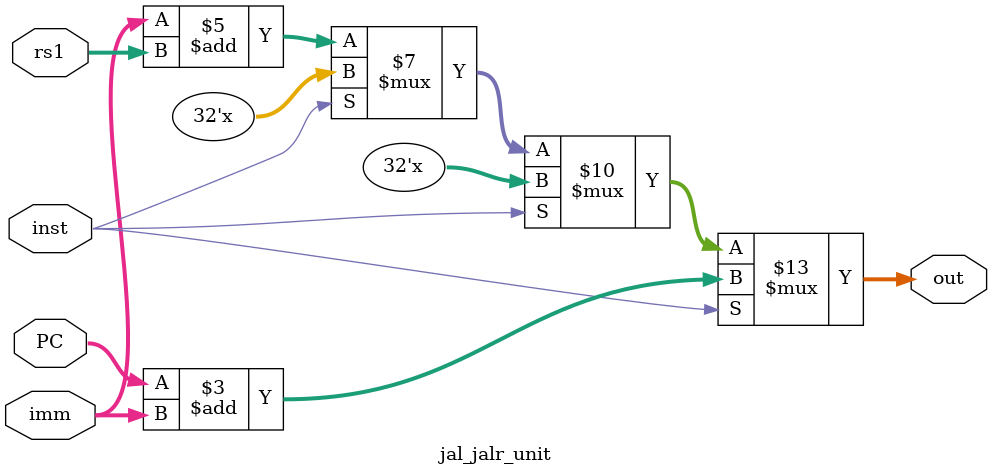
<source format=v>
`timescale 1ns / 1ps
/******************************************************************* *
* Module: jal_jalr_unit.v
* Project: Single Cycle RISCV Processor
* Author: Merna Abdelbadie and Mohammad El Mahdy
mernaabdelbadie@aucgypt.edu, muhammadahmedelmahdy@aucegypt.edu
* Description: a module that determines whether the instruction is jal or jalr and does the computation of the outpu accordingly *
* Change history: 04/10/23 - created the module and tested it
* **********************************************************************/

module jal_jalr_unit(input [4:0] rs1,
input [19:0] imm,
input inst,
input [31:0] PC,
output reg [31:0] out);
always@(*)
begin
if(inst=='d1) begin //JAL
out=PC+imm;
end
else
begin
if(inst=='d0) begin //JALR
out=imm+rs1;
end
end
end
endmodule

</source>
